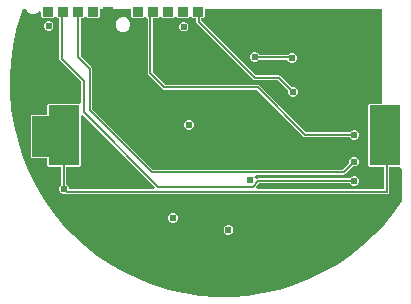
<source format=gbl>
G04*
G04 #@! TF.GenerationSoftware,Altium Limited,Altium Designer,25.4.2 (15)*
G04*
G04 Layer_Physical_Order=4*
G04 Layer_Color=417716*
%FSTAX24Y24*%
%MOIN*%
G70*
G04*
G04 #@! TF.SameCoordinates,12F9F1C2-4B93-4E5A-9412-C193BA208CB0*
G04*
G04*
G04 #@! TF.FilePolarity,Positive*
G04*
G01*
G75*
%ADD15C,0.0100*%
%ADD41C,0.0080*%
%AMCUSTOMSHAPE43*
4,1,4,0.0180,0.0000,-0.0180,0.0000,-0.0180,-0.0320,0.0180,-0.0320,0.0180,0.0000,0.0*%
%ADD43CUSTOMSHAPE43*%

%ADD44C,0.0240*%
%AMCUSTOMSHAPE48*
4,1,6,0.0512,0.0640,0.0512,-0.0730,0.0512,-0.1000,-0.0512,-0.1000,-0.0512,0.1000,0.0512,0.1000,0.0512,0.0640,0.0*%
%ADD48CUSTOMSHAPE48*%

%AMCUSTOMSHAPE49*
4,1,8,-0.0512,-0.0730,-0.1050,-0.0730,-0.1050,0.0640,-0.0512,0.0640,-0.0512,0.1000,0.0512,0.1000,0.0512,-0.1000,-0.0512,-0.1000,-0.0512,-0.0730,0.0*%
%ADD49CUSTOMSHAPE49*%

%ADD50R,0.2000X0.2000*%
G36*
X030667Y01564D02*
X030662Y015633D01*
X030239D01*
X030208Y015621D01*
X030195Y01559D01*
Y01359D01*
X030208Y013559D01*
X030239Y013547D01*
X030735D01*
Y012792D01*
X02648D01*
X026447Y012872D01*
X026564Y012988D01*
X029591D01*
X029594Y012979D01*
X029639Y012934D01*
X029698Y01291D01*
X029762D01*
X029821Y012934D01*
X029866Y012979D01*
X02989Y013038D01*
Y013102D01*
X029866Y013161D01*
X029821Y013206D01*
X029762Y01323D01*
X029698D01*
X029639Y013206D01*
X029594Y013161D01*
X029591Y013152D01*
X02653D01*
X02653Y013152D01*
X026499Y013145D01*
X026423Y013172D01*
X026401Y013207D01*
X026437Y013278D01*
X02937D01*
X02937Y013278D01*
X029401Y013285D01*
X029428Y013302D01*
X029679Y013554D01*
X029688Y01355D01*
X029752D01*
X029811Y013574D01*
X029856Y013619D01*
X02988Y013678D01*
Y013742D01*
X029856Y013801D01*
X029811Y013846D01*
X029752Y01387D01*
X029688D01*
X029629Y013846D01*
X029584Y013801D01*
X02956Y013742D01*
Y013678D01*
X029564Y013669D01*
X029336Y013442D01*
X023024D01*
X020992Y015474D01*
Y016812D01*
X020985Y016843D01*
X020968Y016869D01*
X020968Y016869D01*
X020612Y017225D01*
Y018507D01*
X020704D01*
X020734Y018519D01*
X020813Y018519D01*
X020844Y018507D01*
X021204D01*
X021234Y018519D01*
X021247Y01855D01*
Y018788D01*
X0223D01*
Y01855D01*
X022313Y018519D01*
X022344Y018507D01*
X022704D01*
X022734Y018519D01*
X022774Y018519D01*
X022848Y018454D01*
Y01666D01*
X022848Y01666D01*
X022855Y016629D01*
X022872Y016602D01*
X023342Y016132D01*
X023342Y016132D01*
X023369Y016115D01*
X0234Y016108D01*
X026476D01*
X028042Y014542D01*
X028042Y014542D01*
X028069Y014525D01*
X0281Y014518D01*
X0281Y014518D01*
X029591D01*
X029594Y014509D01*
X029639Y014464D01*
X029698Y01444D01*
X029762D01*
X029821Y014464D01*
X029866Y014509D01*
X02989Y014568D01*
Y014632D01*
X029866Y014691D01*
X029821Y014736D01*
X029762Y01476D01*
X029698D01*
X029639Y014736D01*
X029594Y014691D01*
X029591Y014682D01*
X028134D01*
X026568Y016248D01*
X026541Y016265D01*
X02651Y016272D01*
X02651Y016272D01*
X023434D01*
X023012Y016694D01*
Y018507D01*
X023204D01*
X023234Y018519D01*
X023313Y018519D01*
X023344Y018507D01*
X023704D01*
X023734Y018519D01*
X023813Y018519D01*
X023844Y018507D01*
X024204D01*
X024234Y018519D01*
X024313Y018519D01*
X024344Y018507D01*
X024454D01*
Y018374D01*
X024454Y018374D01*
X02446Y018343D01*
X024478Y018317D01*
X026352Y016442D01*
X026352Y016442D01*
X026379Y016425D01*
X02641Y016418D01*
X02641Y016418D01*
X027196D01*
X027534Y016081D01*
X02753Y016072D01*
Y016008D01*
X027554Y015949D01*
X027599Y015904D01*
X027658Y01588D01*
X027722D01*
X027781Y015904D01*
X027826Y015949D01*
X02785Y016008D01*
Y016072D01*
X027826Y016131D01*
X027781Y016176D01*
X027722Y0162D01*
X027658D01*
X027649Y016196D01*
X027288Y016558D01*
X027261Y016575D01*
X02723Y016582D01*
X02723Y016582D01*
X026444D01*
X024617Y018408D01*
Y018507D01*
X024704D01*
X024734Y018519D01*
X024747Y01855D01*
Y018788D01*
X030667Y018788D01*
X030667Y01564D01*
D02*
G37*
G36*
X023073Y012872D02*
X02304Y012792D01*
X02021D01*
Y012831D01*
X020185Y01289D01*
X02014Y012935D01*
X020131Y012939D01*
Y013547D01*
X020561D01*
X020592Y013559D01*
X020605Y01359D01*
Y015227D01*
X020685Y01526D01*
X023073Y012872D01*
D02*
G37*
G36*
X01882Y018734D02*
X018888Y018667D01*
X018976Y01863D01*
X019071D01*
X01916Y018667D01*
X01922Y018727D01*
X019252Y018724D01*
X0193Y018703D01*
Y01855D01*
X019313Y018519D01*
X019344Y018507D01*
X019704D01*
X019734Y018519D01*
X019813Y018519D01*
X019844Y018507D01*
X019893D01*
Y017141D01*
X019893Y017141D01*
X0199Y01711D01*
X019917Y017083D01*
X020628Y016372D01*
Y015689D01*
X020561Y015633D01*
X019538D01*
X019507Y015621D01*
X019495Y01559D01*
Y015273D01*
X019D01*
X018969Y015261D01*
X018957Y01523D01*
Y01386D01*
X018969Y013829D01*
X019Y013817D01*
X019495D01*
Y01359D01*
X019507Y013559D01*
X019538Y013547D01*
X019968D01*
Y012939D01*
X019959Y012935D01*
X019914Y01289D01*
X01989Y012831D01*
Y012768D01*
X019914Y012709D01*
X019959Y012664D01*
X020018Y01264D01*
X020081D01*
X020093Y012645D01*
X020108Y012635D01*
X020139Y012628D01*
X020139Y012628D01*
X030817D01*
X030848Y012635D01*
X030874Y012652D01*
X030892Y012679D01*
X030898Y01271D01*
Y013547D01*
X031262D01*
X031307Y013479D01*
Y012388D01*
X031079Y012059D01*
X030747Y011648D01*
X030384Y011262D01*
X029995Y010904D01*
X029579Y010576D01*
X029141Y010279D01*
X028681Y010016D01*
X028204Y009788D01*
X02771Y009596D01*
X027204Y009441D01*
X026688Y009324D01*
X026165Y009246D01*
X025637Y009207D01*
X025107D01*
X02458Y009246D01*
X024056Y009324D01*
X02354Y009441D01*
X023034Y009596D01*
X022541Y009788D01*
X022063Y010016D01*
X021604Y010279D01*
X021165Y010576D01*
X02075Y010904D01*
X02036Y011262D01*
X019997Y011648D01*
X019665Y012059D01*
X019364Y012495D01*
X019096Y012951D01*
X018862Y013426D01*
X018665Y013917D01*
X018504Y014422D01*
X018381Y014937D01*
X018297Y015459D01*
X018252Y015986D01*
X018246Y016516D01*
X01828Y017044D01*
X018352Y017568D01*
X018464Y018086D01*
X018613Y018594D01*
X018686Y018788D01*
X018798D01*
X01882Y018734D01*
D02*
G37*
%LPC*%
G36*
X024072Y01837D02*
X024008D01*
X023949Y018346D01*
X023904Y018301D01*
X02388Y018242D01*
Y018178D01*
X023904Y018119D01*
X023949Y018074D01*
X024008Y01805D01*
X024072D01*
X024131Y018074D01*
X024176Y018119D01*
X0242Y018178D01*
Y018242D01*
X024176Y018301D01*
X024131Y018346D01*
X024072Y01837D01*
D02*
G37*
G36*
X022071Y01852D02*
X021976D01*
X021888Y018483D01*
X02182Y018416D01*
X021784Y018328D01*
Y018232D01*
X02182Y018144D01*
X021888Y018077D01*
X021976Y01804D01*
X022071D01*
X02216Y018077D01*
X022227Y018144D01*
X022264Y018232D01*
Y018328D01*
X022227Y018416D01*
X02216Y018483D01*
X022071Y01852D01*
D02*
G37*
G36*
X026442Y017356D02*
X026378D01*
X026319Y017332D01*
X026274Y017287D01*
X02625Y017228D01*
Y017164D01*
X026274Y017105D01*
X026319Y01706D01*
X026378Y017036D01*
X026442D01*
X026501Y01706D01*
X026546Y017105D01*
X026549Y017114D01*
X0275D01*
X027514Y017079D01*
X027559Y017034D01*
X027618Y01701D01*
X027682D01*
X027741Y017034D01*
X027786Y017079D01*
X02781Y017138D01*
Y017202D01*
X027786Y017261D01*
X027741Y017306D01*
X027682Y01733D01*
X027618D01*
X027559Y017306D01*
X027531Y017278D01*
X026549D01*
X026546Y017287D01*
X026501Y017332D01*
X026442Y017356D01*
D02*
G37*
G36*
X024252Y0151D02*
X024188D01*
X024129Y015076D01*
X024084Y015031D01*
X02406Y014972D01*
Y014908D01*
X024084Y014849D01*
X024129Y014804D01*
X024188Y01478D01*
X024252D01*
X024311Y014804D01*
X024356Y014849D01*
X02438Y014908D01*
Y014972D01*
X024356Y015031D01*
X024311Y015076D01*
X024252Y0151D01*
D02*
G37*
G36*
X019572Y01839D02*
X019508D01*
X019449Y018366D01*
X019404Y018321D01*
X01938Y018262D01*
Y018198D01*
X019404Y018139D01*
X019449Y018094D01*
X019508Y01807D01*
X019572D01*
X019631Y018094D01*
X019676Y018139D01*
X0197Y018198D01*
Y018262D01*
X019676Y018321D01*
X019631Y018366D01*
X019572Y01839D01*
D02*
G37*
G36*
X023715Y011997D02*
X023651D01*
X023593Y011973D01*
X023547Y011927D01*
X023523Y011869D01*
Y011805D01*
X023547Y011746D01*
X023593Y011701D01*
X023651Y011677D01*
X023715D01*
X023774Y011701D01*
X023819Y011746D01*
X023843Y011805D01*
Y011869D01*
X023819Y011927D01*
X023774Y011973D01*
X023715Y011997D01*
D02*
G37*
G36*
X025566Y011594D02*
X025502D01*
X025443Y01157D01*
X025398Y011525D01*
X025374Y011466D01*
Y011402D01*
X025398Y011343D01*
X025443Y011298D01*
X025502Y011274D01*
X025566D01*
X025625Y011298D01*
X02567Y011343D01*
X025694Y011402D01*
Y011466D01*
X02567Y011525D01*
X025625Y01157D01*
X025566Y011594D01*
D02*
G37*
%LPD*%
D15*
X02417Y01373D02*
X02456D01*
X02542Y01459D01*
D41*
X02634Y01288D02*
X02653Y01307D01*
X02071Y01535D02*
X02318Y01288D01*
X02634D01*
X020139Y01271D02*
X030817D01*
X02005Y0128D02*
X020139Y01271D01*
X030817D02*
Y014524D01*
X02653Y01307D02*
X02973D01*
X027645Y01336D02*
X02937D01*
X02972Y01371D01*
X02091Y01544D02*
X02299Y01336D01*
X027645D01*
X02723Y0165D02*
X02769Y01604D01*
X024536Y018374D02*
X02641Y0165D01*
X02723D01*
X03075Y01459D02*
X030817Y014524D01*
X02005Y0128D02*
Y01459D01*
X02651Y01619D02*
X0281Y0146D01*
X02293Y01666D02*
X0234Y01619D01*
X02651D01*
X024479Y015531D02*
X02542Y01459D01*
X024479Y015531D02*
Y015861D01*
X024536Y018374D02*
Y018594D01*
X02641Y017196D02*
X027597D01*
X027623Y01717D02*
X02765D01*
X027597Y017196D02*
X027623Y01717D01*
X02568Y01509D02*
X0258Y01497D01*
X02624Y01377D02*
X02674D01*
X02616Y01533D02*
Y01586D01*
X0258Y01497D02*
X02616Y01533D01*
X02542Y01459D02*
X0258Y01497D01*
X02568Y01509D02*
Y01585D01*
X02542Y01459D02*
X02624Y01377D01*
X0281Y0146D02*
X02973D01*
X02053Y017192D02*
X02091Y016812D01*
X02293Y01666D02*
Y01874D01*
X024516Y018614D02*
X024536Y018594D01*
X02091Y01544D02*
Y016812D01*
X02071Y01535D02*
Y016406D01*
X019975Y017141D02*
X02071Y016406D01*
X02053Y017192D02*
Y018733D01*
X019975Y017141D02*
Y018645D01*
D43*
X020024Y01887D02*
D03*
X021024D02*
D03*
X020524D02*
D03*
X021524D02*
D03*
X019524D02*
D03*
X023024D02*
D03*
X024024D02*
D03*
X023524D02*
D03*
X024524D02*
D03*
X022524D02*
D03*
D44*
X02536Y01791D02*
D03*
X0297Y01239D02*
D03*
X02838Y01619D02*
D03*
Y01494D02*
D03*
Y01244D02*
D03*
Y01119D02*
D03*
X02713Y01619D02*
D03*
Y01494D02*
D03*
Y01369D02*
D03*
Y01244D02*
D03*
Y00994D02*
D03*
X02588Y01244D02*
D03*
Y00994D02*
D03*
X02463Y01744D02*
D03*
Y01244D02*
D03*
Y01119D02*
D03*
Y00994D02*
D03*
X02338Y01744D02*
D03*
Y01494D02*
D03*
Y01369D02*
D03*
Y00994D02*
D03*
X02213Y01744D02*
D03*
Y01619D02*
D03*
Y01494D02*
D03*
Y01244D02*
D03*
Y01119D02*
D03*
X02088Y01744D02*
D03*
Y01369D02*
D03*
Y01244D02*
D03*
Y01119D02*
D03*
X01963Y01744D02*
D03*
Y01619D02*
D03*
X03045Y01806D02*
D03*
X02005Y0128D02*
D03*
X02342Y01679D02*
D03*
X02422Y01494D02*
D03*
X024479Y015861D02*
D03*
X02765Y01717D02*
D03*
X02641Y017196D02*
D03*
X02753Y01136D02*
D03*
X025534Y011434D02*
D03*
X02806Y01686D02*
D03*
X02731D02*
D03*
X02616Y01586D02*
D03*
X02568Y01585D02*
D03*
X02674Y01377D02*
D03*
X02417Y01373D02*
D03*
X02145Y01826D02*
D03*
X0249Y0123D02*
D03*
X023332Y012445D02*
D03*
X023735Y011108D02*
D03*
X02151Y01245D02*
D03*
X021153Y012187D02*
D03*
X02113Y01119D02*
D03*
X02625Y01311D02*
D03*
X02404Y01821D02*
D03*
X01954Y01823D02*
D03*
X023683Y011837D02*
D03*
X02973Y01307D02*
D03*
X02972Y01371D02*
D03*
X02973Y0146D02*
D03*
X02769Y01604D02*
D03*
D48*
X03075Y01459D02*
D03*
D49*
X02005D02*
D03*
D50*
X02542D02*
D03*
M02*

</source>
